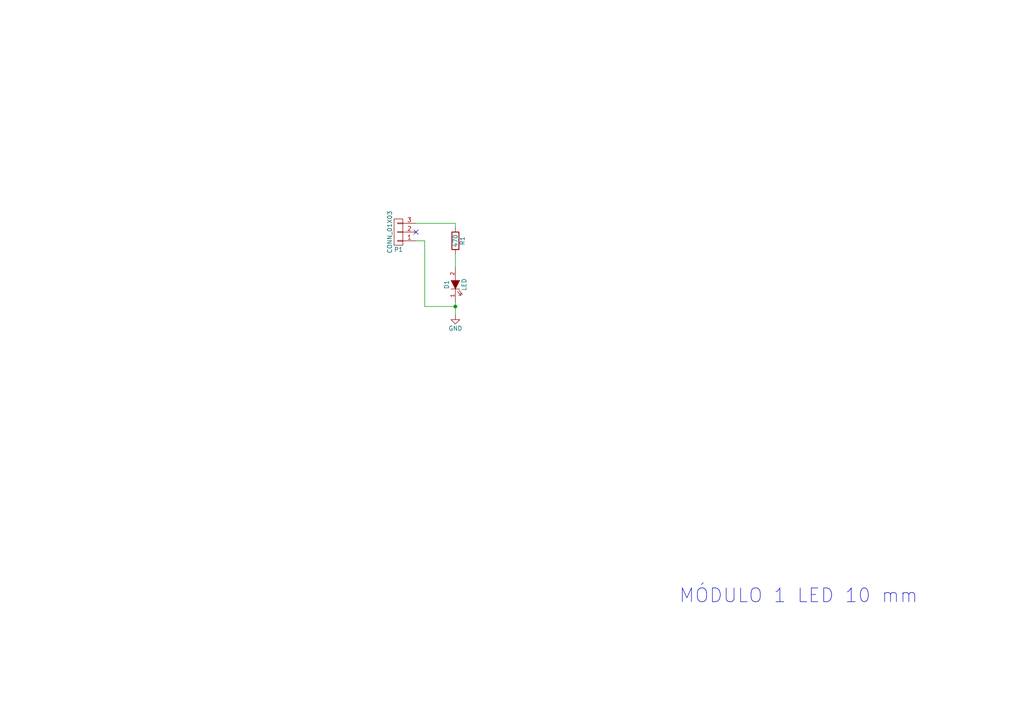
<source format=kicad_sch>
(kicad_sch (version 20250114) (generator "eeschema") (generator_version "9.0")
  (paper "A4")
  (lib_symbols
    (symbol "Device:R" (pin_numbers (hide yes)) (pin_names (offset 0))
      (property "Reference" "R" (at 2.032 0 90))
      (property "Value" "R" (at 0 0 90))
      (symbol "R_0_1"
        (rectangle (start -1.016 -2.54) (end 1.016 2.54) (stroke (width 0.254)))
      )
      (symbol "R_1_1"
        (pin passive line (at 0 3.81 270) (length 1.27) (name "~") (number "1"))
        (pin passive line (at 0 -3.81 90) (length 1.27) (name "~") (number "2"))
      )
    )
    (symbol "Modulo_1_led_10mm-rescue:CONN_01X03" (pin_names (offset 1.016) (hide yes))
      (property "Reference" "P" (at 0 5.08 0))
      (property "Value" "CONN_01X03" (at 2.54 0 90))
      (symbol "CONN_01X03_0_1"
        (rectangle (start -1.27 3.81) (end 1.27 -3.81))
        (rectangle (start -1.27 2.667) (end 0.254 2.413))
        (rectangle (start -1.27 0.127) (end 0.254 -0.127))
        (rectangle (start -1.27 -2.413) (end 0.254 -2.667))
      )
      (symbol "CONN_01X03_1_1"
        (pin passive line (at -5.08 2.54 0) (length 3.81) (name "P1") (number "1"))
        (pin passive line (at -5.08 0 0) (length 3.81) (name "P2") (number "2"))
        (pin passive line (at -5.08 -2.54 0) (length 3.81) (name "P3") (number "3"))
      )
    )
    (symbol "Modulo_1_led_10mm-rescue:LED" (pin_names (offset 1.016) (hide yes))
      (property "Reference" "D" (at 0 2.54 0))
      (property "Value" "LED" (at 0 -2.54 0))
      (symbol "LED_0_1"
        (polyline (pts (xy -2.032 -0.635) (xy -3.175 -1.651) (xy -3.048 -1.016)))
        (polyline (pts (xy -1.651 -1.016) (xy -2.794 -2.032) (xy -2.667 -1.397)))
        (polyline (pts (xy -1.27 1.27) (xy -1.27 -1.27)))
        (polyline (pts (xy 1.27 1.27) (xy -1.27 0) (xy 1.27 -1.27)) (fill (type outline)))
      )
      (symbol "LED_1_1"
        (pin passive line (at -5.08 0 0) (length 3.81) (name "K") (number "1"))
        (pin passive line (at 5.08 0 180) (length 3.81) (name "A") (number "2"))
      )
    )
    (symbol "power:GND" (power) (pin_numbers (hide yes)) (pin_names (offset 0) (hide yes))
      (property "Value" "GND" (at 0 -3.81 0))
      (symbol "GND_0_1"
        (polyline (pts (xy 0 0) (xy 0 -1.27) (xy 1.27 -1.27) (xy 0 -2.54) (xy -1.27 -1.27) (xy 0 -1.27)))
      )
      (symbol "GND_1_1"
        (pin power_in line (at 0 0 270) (length 0) (name "~") (number "1"))
      )
    )
  )
  (text "MÓDULO 1 LED 10 mm" (at 196.85 175.26 0) (effects (font (size 3.9878 3.9878)) (justify left bottom)))
  (junction (at 132.08 88.9))
  (no_connect (at 120.65 67.31))
  (wire (pts (xy 123.19 69.85) (xy 120.65 69.85)))
  (wire (pts (xy 132.08 88.9) (xy 123.19 88.9)))
  (wire (pts (xy 132.08 88.9) (xy 132.08 87.63)))
  (wire (pts (xy 132.08 91.44) (xy 132.08 88.9)))
  (wire (pts (xy 132.08 73.66) (xy 132.08 77.47)))
  (wire (pts (xy 132.08 64.77) (xy 132.08 66.04)))
  (wire (pts (xy 120.65 64.77) (xy 132.08 64.77)))
  (wire (pts (xy 123.19 88.9) (xy 123.19 69.85)))
  (symbol (lib_id "Modulo_1_led_10mm-rescue:LED") (at 132.08 82.55 90) (unit 1)
    (property "Reference" "D1" (at 129.54 82.55 0))
    (property "Value" "LED" (at 134.62 82.55 0))
    (property "Footprint" "LEDs:LED_D10.0mm" (effects (hide yes)))
  )
  (symbol (lib_id "Device:R") (at 132.08 69.85 0) (unit 1)
    (property "Reference" "R1" (at 134.112 69.85 90))
    (property "Value" "470" (at 132.08 69.85 90))
    (property "Footprint" "Resistors_ThroughHole:R_Axial_DIN0204_L3.6mm_D1.6mm_P7.62mm_Horizontal" (effects (hide yes)))
  )
  (symbol (lib_id "power:GND") (at 132.08 91.44 0) (unit 1)
    (property "Reference" "#PWR01" (effects (hide yes)))
    (property "Value" "GND" (at 132.08 95.25 0))
  )
  (symbol (lib_id "Modulo_1_led_10mm-rescue:CONN_01X03") (at 115.57 67.31 180) (unit 1)
    (property "Reference" "P1" (at 115.57 72.39 0))
    (property "Value" "CONN_01X03" (at 113.03 67.31 90))
    (property "Footprint" "Socket_Strips:Socket_Strip_Angled_1x03_Pitch2.54mm" (effects (hide yes)))
  )
)
</source>
